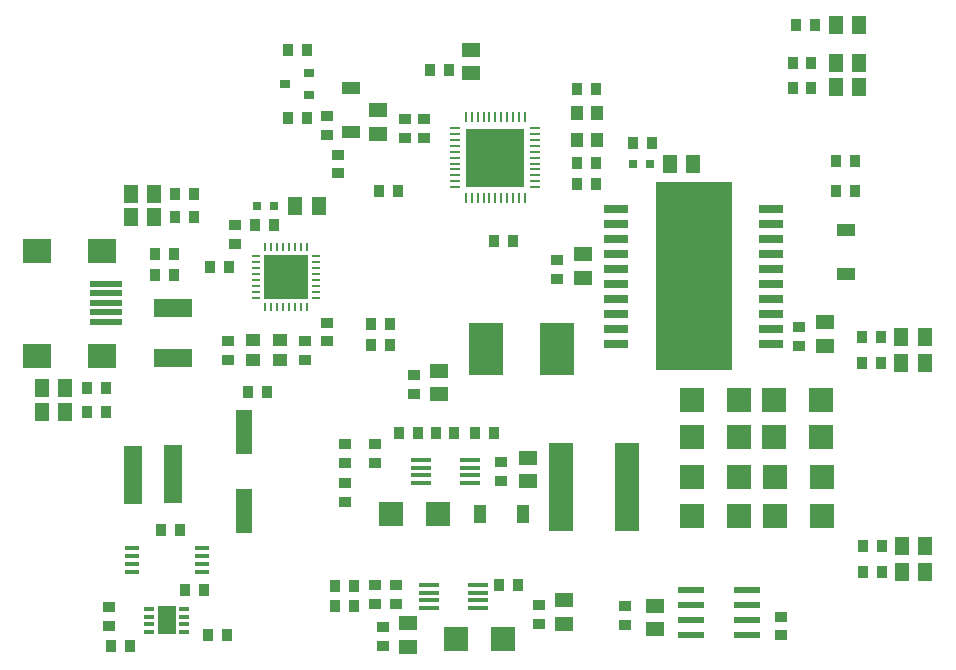
<source format=gtp>
%FSLAX23Y23*%
%MOIN*%
G70*
G01*
G75*
G04 Layer_Color=8421504*
%ADD10R,0.039X0.037*%
%ADD11R,0.050X0.060*%
%ADD12R,0.060X0.050*%
%ADD13R,0.059X0.039*%
%ADD14R,0.083X0.026*%
%ADD15R,0.256X0.630*%
%ADD16R,0.035X0.031*%
%ADD17R,0.035X0.031*%
%ADD18R,0.028X0.031*%
%ADD19R,0.039X0.059*%
%ADD20R,0.197X0.197*%
%ADD21R,0.035X0.010*%
%ADD22R,0.010X0.035*%
%ADD23R,0.118X0.177*%
%ADD24R,0.079X0.295*%
%ADD25R,0.126X0.059*%
%ADD26R,0.055X0.150*%
%ADD27R,0.050X0.014*%
%ADD28R,0.110X0.020*%
%ADD29R,0.098X0.079*%
%ADD30R,0.087X0.024*%
%ADD31R,0.071X0.016*%
%ADD32R,0.079X0.079*%
%ADD33R,0.047X0.043*%
%ADD34R,0.043X0.047*%
%ADD35R,0.063X0.197*%
%ADD36R,0.010X0.026*%
%ADD37R,0.026X0.010*%
%ADD38R,0.150X0.150*%
%ADD39R,0.037X0.039*%
G04:AMPARAMS|DCode=40|XSize=14mil|YSize=33mil|CornerRadius=1mil|HoleSize=0mil|Usage=FLASHONLY|Rotation=270.000|XOffset=0mil|YOffset=0mil|HoleType=Round|Shape=RoundedRectangle|*
%AMROUNDEDRECTD40*
21,1,0.014,0.031,0,0,270.0*
21,1,0.011,0.033,0,0,270.0*
1,1,0.003,-0.015,-0.006*
1,1,0.003,-0.015,0.006*
1,1,0.003,0.015,0.006*
1,1,0.003,0.015,-0.006*
%
%ADD40ROUNDEDRECTD40*%
%ADD41R,0.063X0.094*%
%ADD42C,0.008*%
%ADD43C,0.015*%
%ADD44C,0.020*%
%ADD45C,0.025*%
%ADD46C,0.018*%
%ADD47C,0.012*%
%ADD48C,0.010*%
%ADD49C,0.075*%
%ADD50C,0.065*%
%ADD51C,0.118*%
%ADD52C,0.035*%
%ADD53C,0.025*%
%ADD54C,0.039*%
G04:AMPARAMS|DCode=55|XSize=197mil|YSize=60mil|CornerRadius=15mil|HoleSize=0mil|Usage=FLASHONLY|Rotation=90.000|XOffset=0mil|YOffset=0mil|HoleType=Round|Shape=RoundedRectangle|*
%AMROUNDEDRECTD55*
21,1,0.197,0.030,0,0,90.0*
21,1,0.167,0.060,0,0,90.0*
1,1,0.030,0.015,0.083*
1,1,0.030,0.015,-0.083*
1,1,0.030,-0.015,-0.083*
1,1,0.030,-0.015,0.083*
%
%ADD55ROUNDEDRECTD55*%
%ADD56C,0.008*%
%ADD57C,0.010*%
%ADD58C,0.024*%
%ADD59C,0.030*%
D10*
X731Y1491D02*
D03*
Y1428D02*
D03*
X1826Y1761D02*
D03*
Y1698D02*
D03*
X2634Y1539D02*
D03*
Y1476D02*
D03*
X1319Y2169D02*
D03*
Y2232D02*
D03*
X1385D02*
D03*
Y2169D02*
D03*
X1061Y1553D02*
D03*
Y1490D02*
D03*
X987Y1428D02*
D03*
Y1491D02*
D03*
X2572Y573D02*
D03*
Y510D02*
D03*
X2053Y608D02*
D03*
Y545D02*
D03*
X1766Y612D02*
D03*
Y549D02*
D03*
X1247Y474D02*
D03*
Y537D02*
D03*
X1640Y1088D02*
D03*
Y1025D02*
D03*
X1350Y1315D02*
D03*
Y1378D02*
D03*
X755Y1815D02*
D03*
Y1878D02*
D03*
X1061Y2178D02*
D03*
Y2241D02*
D03*
X1097Y2113D02*
D03*
Y2050D02*
D03*
X1121Y1019D02*
D03*
Y956D02*
D03*
Y1084D02*
D03*
Y1147D02*
D03*
X1220Y1084D02*
D03*
Y1147D02*
D03*
X1291Y614D02*
D03*
Y677D02*
D03*
X1221Y614D02*
D03*
Y677D02*
D03*
X335Y542D02*
D03*
Y605D02*
D03*
D11*
X3053Y1417D02*
D03*
X2975D02*
D03*
X3053Y1505D02*
D03*
X2975D02*
D03*
X2977Y808D02*
D03*
X3055D02*
D03*
X2977Y721D02*
D03*
X3055D02*
D03*
X2835Y2417D02*
D03*
X2757D02*
D03*
X2835Y2337D02*
D03*
X2757D02*
D03*
Y2545D02*
D03*
X2835D02*
D03*
X954Y1940D02*
D03*
X1032D02*
D03*
X484Y1982D02*
D03*
X406D02*
D03*
X484Y1904D02*
D03*
X406D02*
D03*
X110Y1335D02*
D03*
X188D02*
D03*
X110Y1255D02*
D03*
X188D02*
D03*
X2281Y2081D02*
D03*
X2203D02*
D03*
D12*
X1231Y2183D02*
D03*
Y2261D02*
D03*
X1915Y1781D02*
D03*
Y1703D02*
D03*
X2719Y1476D02*
D03*
Y1554D02*
D03*
X1539Y2384D02*
D03*
Y2462D02*
D03*
X2153Y608D02*
D03*
Y530D02*
D03*
X1435Y1393D02*
D03*
Y1315D02*
D03*
X1730Y1025D02*
D03*
Y1103D02*
D03*
X1850Y627D02*
D03*
Y549D02*
D03*
X1331Y473D02*
D03*
Y551D02*
D03*
D13*
X1140Y2334D02*
D03*
Y2188D02*
D03*
X2790Y1861D02*
D03*
Y1715D02*
D03*
D14*
X2023Y1933D02*
D03*
Y1883D02*
D03*
Y1833D02*
D03*
Y1783D02*
D03*
Y1733D02*
D03*
Y1683D02*
D03*
Y1633D02*
D03*
Y1583D02*
D03*
Y1533D02*
D03*
Y1483D02*
D03*
X2541Y1933D02*
D03*
Y1883D02*
D03*
Y1833D02*
D03*
Y1783D02*
D03*
Y1733D02*
D03*
Y1683D02*
D03*
Y1633D02*
D03*
Y1583D02*
D03*
Y1533D02*
D03*
Y1483D02*
D03*
D15*
X2282Y1708D02*
D03*
D16*
X1000Y2310D02*
D03*
D17*
Y2385D02*
D03*
X921Y2347D02*
D03*
D18*
X2079Y2080D02*
D03*
X2136D02*
D03*
X884Y1940D02*
D03*
X827D02*
D03*
D19*
X1569Y915D02*
D03*
X1715D02*
D03*
D20*
X1621Y2103D02*
D03*
D21*
X1755Y2005D02*
D03*
Y2024D02*
D03*
Y2044D02*
D03*
Y2064D02*
D03*
Y2083D02*
D03*
Y2103D02*
D03*
Y2123D02*
D03*
Y2142D02*
D03*
Y2162D02*
D03*
Y2182D02*
D03*
Y2201D02*
D03*
X1487D02*
D03*
Y2182D02*
D03*
Y2162D02*
D03*
Y2142D02*
D03*
Y2123D02*
D03*
Y2103D02*
D03*
Y2083D02*
D03*
Y2064D02*
D03*
Y2044D02*
D03*
Y2024D02*
D03*
Y2005D02*
D03*
D22*
X1719Y2237D02*
D03*
X1700D02*
D03*
X1680D02*
D03*
X1660D02*
D03*
X1641D02*
D03*
X1621D02*
D03*
X1601D02*
D03*
X1582D02*
D03*
X1562D02*
D03*
X1542D02*
D03*
X1523D02*
D03*
Y1969D02*
D03*
X1542D02*
D03*
X1562D02*
D03*
X1582D02*
D03*
X1601D02*
D03*
X1621D02*
D03*
X1641D02*
D03*
X1660D02*
D03*
X1680D02*
D03*
X1700D02*
D03*
X1719D02*
D03*
D23*
X1591Y1465D02*
D03*
X1827D02*
D03*
D24*
X1840Y1005D02*
D03*
X2060D02*
D03*
D25*
X546Y1435D02*
D03*
Y1600D02*
D03*
D26*
X785Y925D02*
D03*
Y1189D02*
D03*
D27*
X410Y800D02*
D03*
Y774D02*
D03*
Y748D02*
D03*
Y722D02*
D03*
X642Y800D02*
D03*
Y774D02*
D03*
Y748D02*
D03*
Y722D02*
D03*
D28*
X325Y1681D02*
D03*
Y1650D02*
D03*
Y1618D02*
D03*
Y1587D02*
D03*
Y1555D02*
D03*
D29*
X311Y1443D02*
D03*
X95D02*
D03*
X311Y1793D02*
D03*
X95D02*
D03*
D30*
X2272Y660D02*
D03*
Y610D02*
D03*
Y560D02*
D03*
Y510D02*
D03*
X2461Y660D02*
D03*
Y610D02*
D03*
Y560D02*
D03*
Y510D02*
D03*
D31*
X1401Y678D02*
D03*
Y652D02*
D03*
Y627D02*
D03*
Y601D02*
D03*
X1564Y678D02*
D03*
Y652D02*
D03*
Y627D02*
D03*
Y601D02*
D03*
X1538Y1018D02*
D03*
Y1044D02*
D03*
Y1069D02*
D03*
Y1095D02*
D03*
X1375Y1018D02*
D03*
Y1044D02*
D03*
Y1069D02*
D03*
Y1095D02*
D03*
D32*
X1648Y498D02*
D03*
X1491D02*
D03*
X1273Y916D02*
D03*
X1430D02*
D03*
X2435Y909D02*
D03*
X2278D02*
D03*
X2277Y1038D02*
D03*
X2434D02*
D03*
X2433Y1170D02*
D03*
X2276D02*
D03*
Y1294D02*
D03*
X2433D02*
D03*
X2710Y909D02*
D03*
X2553D02*
D03*
X2552Y1038D02*
D03*
X2709D02*
D03*
X2708Y1170D02*
D03*
X2551D02*
D03*
Y1294D02*
D03*
X2708D02*
D03*
D33*
X905Y1427D02*
D03*
X813D02*
D03*
X905Y1495D02*
D03*
X813D02*
D03*
D34*
X1893Y2161D02*
D03*
Y2253D02*
D03*
X1961Y2161D02*
D03*
Y2253D02*
D03*
D35*
X547Y1048D02*
D03*
X413Y1046D02*
D03*
D36*
X855Y1606D02*
D03*
X875D02*
D03*
X894D02*
D03*
X914D02*
D03*
X934D02*
D03*
X954D02*
D03*
X973D02*
D03*
X993D02*
D03*
Y1804D02*
D03*
X973D02*
D03*
X954D02*
D03*
X934D02*
D03*
X914D02*
D03*
X894D02*
D03*
X875D02*
D03*
X855D02*
D03*
D37*
X1023Y1636D02*
D03*
Y1656D02*
D03*
Y1675D02*
D03*
Y1695D02*
D03*
Y1715D02*
D03*
Y1735D02*
D03*
Y1754D02*
D03*
Y1774D02*
D03*
X825D02*
D03*
Y1754D02*
D03*
Y1735D02*
D03*
Y1715D02*
D03*
Y1695D02*
D03*
Y1675D02*
D03*
Y1656D02*
D03*
Y1636D02*
D03*
D38*
X924Y1705D02*
D03*
D39*
X1466Y2394D02*
D03*
X1403D02*
D03*
X1956Y2330D02*
D03*
X1893D02*
D03*
X1895Y2084D02*
D03*
X1958D02*
D03*
Y2016D02*
D03*
X1895D02*
D03*
X1554Y1185D02*
D03*
X1617D02*
D03*
X1633Y678D02*
D03*
X1696D02*
D03*
X1300Y1185D02*
D03*
X1363D02*
D03*
X1086Y608D02*
D03*
X1149D02*
D03*
X587Y661D02*
D03*
X650D02*
D03*
X664Y510D02*
D03*
X727D02*
D03*
X796Y1320D02*
D03*
X859D02*
D03*
X733Y1738D02*
D03*
X670D02*
D03*
X1616Y1825D02*
D03*
X1679D02*
D03*
X2845Y1417D02*
D03*
X2908D02*
D03*
Y1505D02*
D03*
X2845D02*
D03*
X2847Y721D02*
D03*
X2910D02*
D03*
Y808D02*
D03*
X2847D02*
D03*
X2675Y2417D02*
D03*
X2612D02*
D03*
Y2336D02*
D03*
X2675D02*
D03*
X929Y2460D02*
D03*
X992D02*
D03*
Y2235D02*
D03*
X929D02*
D03*
X2687Y2545D02*
D03*
X2624D02*
D03*
X2820Y1993D02*
D03*
X2757D02*
D03*
Y2093D02*
D03*
X2820D02*
D03*
X2079Y2150D02*
D03*
X2142D02*
D03*
X616Y1982D02*
D03*
X553D02*
D03*
Y1904D02*
D03*
X616D02*
D03*
X1208Y1549D02*
D03*
X1271D02*
D03*
Y1479D02*
D03*
X1208D02*
D03*
X884Y1878D02*
D03*
X821D02*
D03*
X487Y1712D02*
D03*
X550D02*
D03*
Y1782D02*
D03*
X487D02*
D03*
X323Y1335D02*
D03*
X260D02*
D03*
X1422Y1185D02*
D03*
X1485D02*
D03*
X1086Y675D02*
D03*
X1149D02*
D03*
X507Y860D02*
D03*
X570D02*
D03*
X340Y475D02*
D03*
X403D02*
D03*
X323Y1255D02*
D03*
X260D02*
D03*
X1297Y1990D02*
D03*
X1234D02*
D03*
D40*
X468Y522D02*
D03*
Y548D02*
D03*
Y573D02*
D03*
Y599D02*
D03*
X584Y522D02*
D03*
Y548D02*
D03*
Y573D02*
D03*
Y599D02*
D03*
D41*
X526Y561D02*
D03*
M02*

</source>
